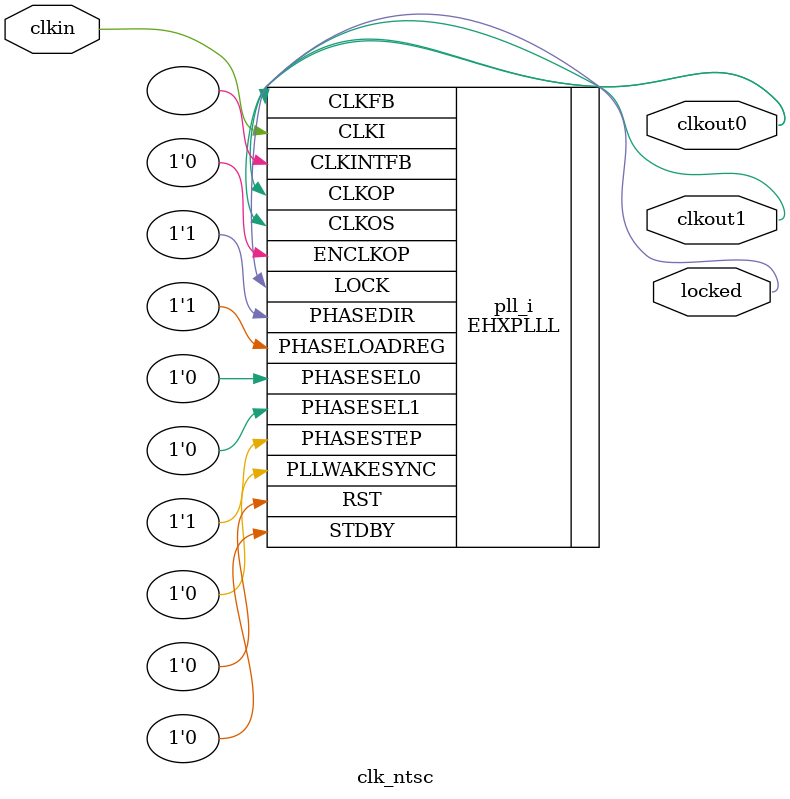
<source format=v>
module clk_ntsc
(
    input clkin, // 25 MHz, 0 deg
    output clkout0, // 125 MHz, 0 deg
    output clkout1, // 25 MHz, 0 deg
    output locked
);
(* FREQUENCY_PIN_CLKI="25" *)
(* FREQUENCY_PIN_CLKOP="125" *)
(* FREQUENCY_PIN_CLKOS="25" *)
(* ICP_CURRENT="12" *) (* LPF_RESISTOR="8" *) (* MFG_ENABLE_FILTEROPAMP="1" *) (* MFG_GMCREF_SEL="2" *)
EHXPLLL #(
        .PLLRST_ENA("DISABLED"),
        .INTFB_WAKE("DISABLED"),
        .STDBY_ENABLE("DISABLED"),
        .DPHASE_SOURCE("DISABLED"),
        .OUTDIVIDER_MUXA("DIVA"),
        .OUTDIVIDER_MUXB("DIVB"),
        .OUTDIVIDER_MUXC("DIVC"),
        .OUTDIVIDER_MUXD("DIVD"),
        .CLKI_DIV(1),
        .CLKOP_ENABLE("ENABLED"),
        .CLKOP_DIV(5),
        .CLKOP_CPHASE(2),
        .CLKOP_FPHASE(0),
        .CLKOS_ENABLE("ENABLED"),
        .CLKOS_DIV(25),
        .CLKOS_CPHASE(2),
        .CLKOS_FPHASE(0),
        .FEEDBK_PATH("CLKOP"),
        .CLKFB_DIV(5)
    ) pll_i (
        .RST(1'b0),
        .STDBY(1'b0),
        .CLKI(clkin),
        .CLKOP(clkout0),
        .CLKOS(clkout1),
        .CLKFB(clkout0),
        .CLKINTFB(),
        .PHASESEL0(1'b0),
        .PHASESEL1(1'b0),
        .PHASEDIR(1'b1),
        .PHASESTEP(1'b1),
        .PHASELOADREG(1'b1),
        .PLLWAKESYNC(1'b0),
        .ENCLKOP(1'b0),
        .LOCK(locked)
	);
endmodule

</source>
